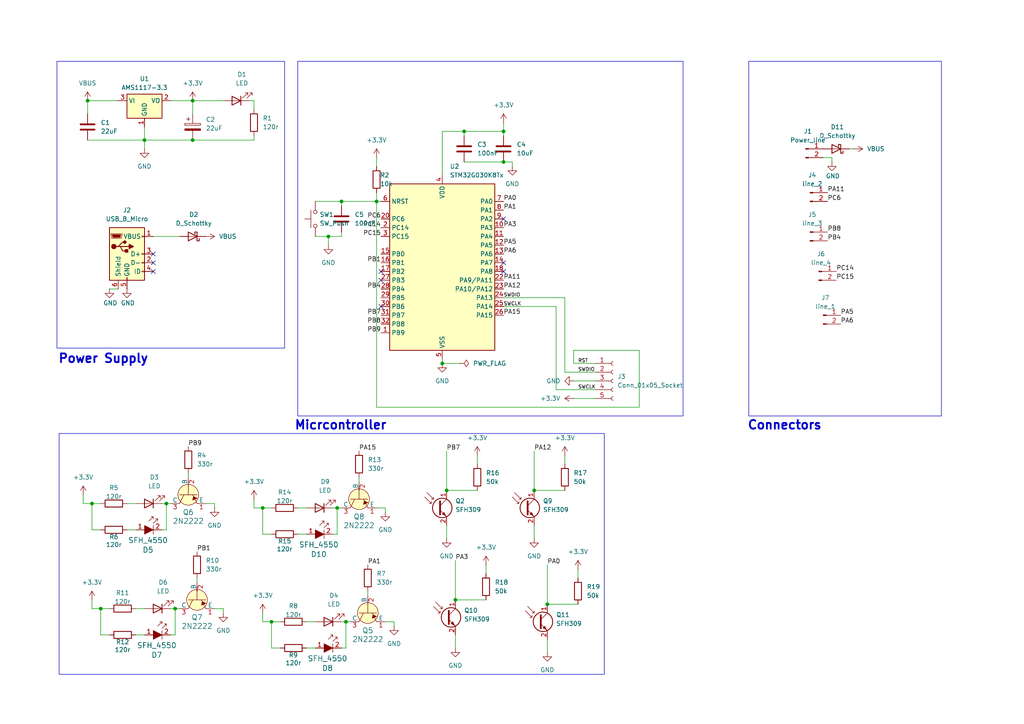
<source format=kicad_sch>
(kicad_sch (version 20250114) (generator "eeschema") (generator_version "9.0")
  (paper "A4")
  (lib_symbols
    (symbol "Connector:Conn_01x02_Pin" (pin_names (offset 1.016) (hide yes))
      (property "Reference" "J" (at 0 2.54 0))
      (property "Value" "Conn_01x02_Pin" (at 0 -5.08 0))
      (symbol "Conn_01x02_Pin_1_1"
        (pin passive line (at 5.08 0 180) (length 3.81) (name "Pin_1") (number "1"))
        (pin passive line (at 5.08 -2.54 180) (length 3.81) (name "Pin_2") (number "2"))
      )
    )
    (symbol "Connector:Conn_01x05_Socket" (pin_names (offset 1.016) (hide yes))
      (property "Reference" "J" (at 0 7.62 0))
      (property "Value" "Conn_01x05_Socket" (at 0 -7.62 0))
      (symbol "Conn_01x05_Socket_1_1"
        (pin passive line (at -5.08 5.08 0) (length 3.81) (name "Pin_1") (number "1"))
        (pin passive line (at -5.08 2.54 0) (length 3.81) (name "Pin_2") (number "2"))
        (pin passive line (at -5.08 0 0) (length 3.81) (name "Pin_3") (number "3"))
        (pin passive line (at -5.08 -2.54 0) (length 3.81) (name "Pin_4") (number "4"))
        (pin passive line (at -5.08 -5.08 0) (length 3.81) (name "Pin_5") (number "5"))
      )
    )
    (symbol "Connector:USB_B_Micro" (pin_names (offset 1.016))
      (property "Reference" "J" (at -5.08 11.43 0))
      (property "Value" "USB_B_Micro" (at -5.08 8.89 0))
      (symbol "USB_B_Micro_1_1"
        (pin passive line (at -2.54 -10.16 90) (length 2.54) (name "Shield") (number "6"))
        (pin power_out line (at 0 -10.16 90) (length 2.54) (name "GND") (number "5"))
        (pin power_out line (at 7.62 5.08 180) (length 2.54) (name "VBUS") (number "1"))
        (pin bidirectional line (at 7.62 0 180) (length 2.54) (name "D+") (number "3"))
        (pin bidirectional line (at 7.62 -2.54 180) (length 2.54) (name "D-") (number "2"))
        (pin passive line (at 7.62 -5.08 180) (length 2.54) (name "ID") (number "4"))
      )
    )
    (symbol "Device:C" (pin_numbers (hide yes)) (pin_names (offset 0.254))
      (property "Reference" "C" (at 0.635 2.54 0))
      (property "Value" "C" (at 0.635 -2.54 0))
      (symbol "C_1_1"
        (pin passive line (at 0 3.81 270) (length 2.794) (name "~") (number "1"))
        (pin passive line (at 0 -3.81 90) (length 2.794) (name "~") (number "2"))
      )
    )
    (symbol "Device:C_Polarized" (pin_numbers (hide yes)) (pin_names (offset 0.254))
      (property "Reference" "C" (at 0.635 2.54 0))
      (property "Value" "C_Polarized" (at 0.635 -2.54 0))
      (symbol "C_Polarized_1_1"
        (pin passive line (at 0 3.81 270) (length 2.794) (name "~") (number "1"))
        (pin passive line (at 0 -3.81 90) (length 2.794) (name "~") (number "2"))
      )
    )
    (symbol "Device:D_Schottky" (pin_numbers (hide yes)) (pin_names (offset 1.016) (hide yes))
      (property "Reference" "D" (at 0 2.54 0))
      (property "Value" "D_Schottky" (at 0 -2.54 0))
      (symbol "D_Schottky_1_1"
        (pin passive line (at -3.81 0 0) (length 2.54) (name "K") (number "1"))
        (pin passive line (at 3.81 0 180) (length 2.54) (name "A") (number "2"))
      )
    )
    (symbol "Device:LED" (pin_numbers (hide yes)) (pin_names (offset 1.016) (hide yes))
      (property "Reference" "D" (at 0 2.54 0))
      (property "Value" "LED" (at 0 -2.54 0))
      (symbol "LED_1_1"
        (pin passive line (at -3.81 0 0) (length 2.54) (name "K") (number "1"))
        (pin passive line (at 3.81 0 180) (length 2.54) (name "A") (number "2"))
      )
    )
    (symbol "Device:R" (pin_numbers (hide yes)) (pin_names (offset 0))
      (property "Reference" "R" (at 2.032 0 90))
      (property "Value" "R" (at 0 0 90))
      (symbol "R_1_1"
        (pin passive line (at 0 3.81 270) (length 1.27) (name "~") (number "1"))
        (pin passive line (at 0 -3.81 90) (length 1.27) (name "~") (number "2"))
      )
    )
    (symbol "MCU_ST_STM32G0:STM32G030K8Tx"
      (property "Reference" "U" (at -15.24 26.67 0))
      (property "Value" "STM32G030K8Tx" (at 2.54 26.67 0))
      (symbol "STM32G030K8Tx_1_1"
        (pin input line (at -17.78 20.32 0) (length 2.54) (name "NRST") (number "6"))
        (pin bidirectional line (at -17.78 15.24 0) (length 2.54) (name "PC6") (number "20"))
        (pin bidirectional line (at -17.78 12.7 0) (length 2.54) (name "PC14") (number "2"))
        (pin bidirectional line (at -17.78 10.16 0) (length 2.54) (name "PC15") (number "3"))
        (pin bidirectional line (at -17.78 5.08 0) (length 2.54) (name "PB0") (number "15"))
        (pin bidirectional line (at -17.78 2.54 0) (length 2.54) (name "PB1") (number "16"))
        (pin bidirectional line (at -17.78 0 0) (length 2.54) (name "PB2") (number "17"))
        (pin bidirectional line (at -17.78 -2.54 0) (length 2.54) (name "PB3") (number "27"))
        (pin bidirectional line (at -17.78 -5.08 0) (length 2.54) (name "PB4") (number "28"))
        (pin bidirectional line (at -17.78 -7.62 0) (length 2.54) (name "PB5") (number "29"))
        (pin bidirectional line (at -17.78 -10.16 0) (length 2.54) (name "PB6") (number "30"))
        (pin bidirectional line (at -17.78 -12.7 0) (length 2.54) (name "PB7") (number "31"))
        (pin bidirectional line (at -17.78 -15.24 0) (length 2.54) (name "PB8") (number "32"))
        (pin bidirectional line (at -17.78 -17.78 0) (length 2.54) (name "PB9") (number "1"))
        (pin no_connect line (at -15.24 -20.32 0) (length 2.54) (hide yes) (name "NC/PA10") (number "21"))
        (pin no_connect line (at -15.24 -22.86 0) (length 2.54) (hide yes) (name "NC/PA9") (number "19"))
        (pin power_in line (at 0 27.94 270) (length 2.54) (name "VDD") (number "4"))
        (pin power_in line (at 0 -25.4 90) (length 2.54) (name "VSS") (number "5"))
        (pin bidirectional line (at 17.78 20.32 180) (length 2.54) (name "PA0") (number "7"))
        (pin bidirectional line (at 17.78 17.78 180) (length 2.54) (name "PA1") (number "8"))
        (pin bidirectional line (at 17.78 15.24 180) (length 2.54) (name "PA2") (number "9"))
        (pin bidirectional line (at 17.78 12.7 180) (length 2.54) (name "PA3") (number "10"))
        (pin bidirectional line (at 17.78 10.16 180) (length 2.54) (name "PA4") (number "11"))
        (pin bidirectional line (at 17.78 7.62 180) (length 2.54) (name "PA5") (number "12"))
        (pin bidirectional line (at 17.78 5.08 180) (length 2.54) (name "PA6") (number "13"))
        (pin bidirectional line (at 17.78 2.54 180) (length 2.54) (name "PA7") (number "14"))
        (pin bidirectional line (at 17.78 0 180) (length 2.54) (name "PA8") (number "18"))
        (pin bidirectional line (at 17.78 -2.54 180) (length 2.54) (name "PA9/PA11") (number "22"))
        (pin bidirectional line (at 17.78 -5.08 180) (length 2.54) (name "PA10/PA12") (number "23"))
        (pin bidirectional line (at 17.78 -7.62 180) (length 2.54) (name "PA13") (number "24"))
        (pin bidirectional line (at 17.78 -10.16 180) (length 2.54) (name "PA14") (number "25"))
        (pin bidirectional line (at 17.78 -12.7 180) (length 2.54) (name "PA15") (number "26"))
      )
    )
    (symbol "Regulator_Linear:AMS1117-3.3"
      (property "Reference" "U" (at -3.81 3.175 0))
      (property "Value" "AMS1117-3.3" (at 0 3.175 0))
      (symbol "AMS1117-3.3_1_1"
        (pin power_in line (at -7.62 0 0) (length 2.54) (name "VI") (number "3"))
        (pin power_in line (at 0 -7.62 90) (length 2.54) (name "GND") (number "1"))
        (pin power_out line (at 7.62 0 180) (length 2.54) (name "VO") (number "2"))
      )
    )
    (symbol "Sensor_Optical:SFH309" (pin_names (offset 0) (hide yes))
      (property "Reference" "Q" (at 5.08 1.27 0))
      (property "Value" "SFH309" (at 5.08 -1.27 0))
      (symbol "SFH309_1_1"
        (pin passive line (at 2.54 5.08 270) (length 2.54) (name "C") (number "1"))
        (pin passive line (at 2.54 -5.08 90) (length 2.54) (name "E") (number "2"))
      )
    )
    (symbol "Switch:SW_Push" (pin_numbers (hide yes)) (pin_names (offset 1.016) (hide yes))
      (property "Reference" "SW" (at 1.27 2.54 0))
      (property "Value" "SW_Push" (at 0 -1.524 0))
      (symbol "SW_Push_0_1"
        (pin passive line (at -5.08 0 0) (length 2.54) (name "1") (number "1"))
        (pin passive line (at 5.08 0 180) (length 2.54) (name "2") (number "2"))
      )
    )
    (symbol "dk_Infrared-UV-Visible-Emitters:SFH_4550" (pin_names (offset 0))
      (property "Reference" "D" (at -1.778 4.826 0))
      (property "Value" "SFH_4550" (at 5.588 -2.921 0))
      (symbol "SFH_4550_1_1"
        (pin passive line (at -2.54 0 0) (length 2.54) (name "~") (number "1"))
        (pin passive line (at 5.08 0 180) (length 2.54) (name "~") (number "2"))
      )
    )
    (symbol "dk_Transistors-Bipolar-BJT-Single:2N2222" (pin_names (offset 0))
      (property "Reference" "Q" (at -2.3876 3.9116 0))
      (property "Value" "2N2222" (at 5.08 0 90))
      (symbol "2N2222_1_1"
        (pin input line (at -5.08 0 0) (length 2.54) (name "B") (number "2"))
        (pin passive line (at 2.54 5.08 270) (length 2.54) (name "E") (number "1"))
        (pin passive line (at 2.54 -5.08 90) (length 2.54) (name "C") (number "3"))
      )
    )
    (symbol "power:+3.3V" (power) (pin_numbers (hide yes)) (pin_names (offset 0) (hide yes))
      (property "Value" "+3.3V" (at 0 3.556 0))
      (symbol "+3.3V_1_1"
        (pin power_in line (at 0 0 90) (length 0) (name "~") (number "1"))
      )
    )
    (symbol "power:GND" (power) (pin_numbers (hide yes)) (pin_names (offset 0) (hide yes))
      (property "Value" "GND" (at 0 -3.81 0))
      (symbol "GND_1_1"
        (pin power_in line (at 0 0 270) (length 0) (name "~") (number "1"))
      )
    )
    (symbol "power:PWR_FLAG" (power) (pin_numbers (hide yes)) (pin_names (offset 0) (hide yes))
      (property "Value" "PWR_FLAG" (at 0 3.81 0))
      (symbol "PWR_FLAG_0_0"
        (pin power_out line (at 0 0 90) (length 0) (name "~") (number "1"))
      )
    )
    (symbol "power:VBUS" (power) (pin_numbers (hide yes)) (pin_names (offset 0) (hide yes))
      (property "Value" "VBUS" (at 0 3.556 0))
      (symbol "VBUS_1_1"
        (pin power_in line (at 0 0 90) (length 0) (name "~") (number "1"))
      )
    )
  )
  (rectangle (start 217.17 17.78) (end 273.05 120.65))
  (rectangle (start 16.51 17.78) (end 82.55 100.965))
  (rectangle (start 86.36 17.78) (end 198.12 120.65))
  (rectangle (start 17.145 125.73) (end 175.26 195.58))
  (text "Micrcontroller" (at 98.806 123.444 0) (effects (font (size 2.54 2.54) (thickness 0.508) (bold yes))))
  (text "Connectors\n" (at 227.584 123.444 0) (effects (font (size 2.54 2.54) (thickness 0.508) (bold yes))))
  (text "Power Supply" (at 29.972 104.14 0) (effects (font (size 2.54 2.54) (thickness 0.508) (bold yes))))
  (junction (at 154.94 142.24))
  (junction (at 48.26 146.05))
  (junction (at 55.88 29.21))
  (junction (at 128.27 105.41))
  (junction (at 97.79 147.32))
  (junction (at 132.08 173.99))
  (junction (at 99.06 58.42))
  (junction (at 109.22 58.42))
  (junction (at 29.21 176.53))
  (junction (at 158.75 175.26))
  (junction (at 78.74 180.34))
  (junction (at 55.88 40.64))
  (junction (at 146.05 46.99))
  (junction (at 129.54 142.24))
  (junction (at 41.91 40.64))
  (junction (at 25.4 29.21))
  (junction (at 26.67 146.05))
  (junction (at 146.05 38.1))
  (junction (at 76.2 147.32))
  (junction (at 95.25 68.58))
  (junction (at 50.8 176.53))
  (junction (at 134.62 38.1))
  (junction (at 100.33 180.34))
  (no_connect (at 146.05 63.5))
  (no_connect (at 146.05 78.74))
  (no_connect (at 44.45 73.66))
  (no_connect (at 44.45 78.74))
  (no_connect (at 110.49 88.9))
  (no_connect (at 110.49 81.28))
  (no_connect (at 146.05 76.2))
  (no_connect (at 44.45 76.2))
  (no_connect (at 110.49 78.74))
  (wire (pts (xy 166.37 110.49) (xy 172.72 110.49)))
  (wire (pts (xy 161.29 88.9) (xy 161.29 113.03)))
  (wire (pts (xy 97.79 147.32) (xy 97.79 154.94)))
  (wire (pts (xy 129.54 152.4) (xy 129.54 156.21)))
  (wire (pts (xy 48.26 146.05) (xy 46.99 146.05)))
  (wire (pts (xy 99.06 58.42) (xy 109.22 58.42)))
  (wire (pts (xy 166.37 115.57) (xy 172.72 115.57)))
  (wire (pts (xy 50.8 176.53) (xy 49.53 176.53)))
  (wire (pts (xy 100.33 180.34) (xy 99.06 180.34)))
  (wire (pts (xy 166.37 101.6) (xy 166.37 105.41)))
  (wire (pts (xy 163.83 107.95) (xy 163.83 86.36)))
  (wire (pts (xy 158.75 185.42) (xy 158.75 189.23)))
  (wire (pts (xy 163.83 142.24) (xy 154.94 142.24)))
  (wire (pts (xy 73.66 29.21) (xy 73.66 31.75)))
  (wire (pts (xy 29.21 184.15) (xy 31.75 184.15)))
  (wire (pts (xy 109.22 45.72) (xy 109.22 48.26)))
  (wire (pts (xy 24.13 143.51) (xy 24.13 146.05)))
  (wire (pts (xy 109.22 147.32) (xy 111.76 147.32)))
  (wire (pts (xy 138.43 132.08) (xy 138.43 134.62)))
  (wire (pts (xy 48.26 146.05) (xy 49.53 146.05)))
  (wire (pts (xy 39.37 176.53) (xy 41.91 176.53)))
  (wire (pts (xy 73.66 39.37) (xy 73.66 40.64)))
  (wire (pts (xy 134.62 46.99) (xy 146.05 46.99)))
  (wire (pts (xy 57.15 167.64) (xy 57.15 168.91)))
  (wire (pts (xy 78.74 187.96) (xy 81.28 187.96)))
  (wire (pts (xy 109.22 55.88) (xy 109.22 58.42)))
  (wire (pts (xy 41.91 40.64) (xy 41.91 43.18)))
  (wire (pts (xy 97.79 154.94) (xy 96.52 154.94)))
  (wire (pts (xy 76.2 154.94) (xy 78.74 154.94)))
  (wire (pts (xy 64.77 176.53) (xy 64.77 177.8)))
  (wire (pts (xy 129.54 130.81) (xy 129.54 142.24)))
  (wire (pts (xy 91.44 68.58) (xy 95.25 68.58)))
  (wire (pts (xy 97.79 147.32) (xy 99.06 147.32)))
  (wire (pts (xy 140.97 173.99) (xy 132.08 173.99)))
  (wire (pts (xy 104.14 138.43) (xy 104.14 139.7)))
  (wire (pts (xy 76.2 180.34) (xy 78.74 180.34)))
  (wire (pts (xy 146.05 35.56) (xy 146.05 38.1)))
  (wire (pts (xy 128.27 38.1) (xy 128.27 50.8)))
  (wire (pts (xy 109.22 58.42) (xy 110.49 58.42)))
  (wire (pts (xy 25.4 29.21) (xy 25.4 33.02)))
  (wire (pts (xy 100.33 187.96) (xy 99.06 187.96)))
  (wire (pts (xy 78.74 147.32) (xy 76.2 147.32)))
  (wire (pts (xy 26.67 173.99) (xy 26.67 176.53)))
  (wire (pts (xy 154.94 152.4) (xy 154.94 156.21)))
  (wire (pts (xy 34.29 29.21) (xy 25.4 29.21)))
  (wire (pts (xy 48.26 153.67) (xy 46.99 153.67)))
  (wire (pts (xy 72.39 29.21) (xy 73.66 29.21)))
  (wire (pts (xy 50.8 176.53) (xy 50.8 184.15)))
  (wire (pts (xy 163.83 132.08) (xy 163.83 134.62)))
  (wire (pts (xy 148.59 48.26) (xy 148.59 46.99)))
  (wire (pts (xy 73.66 147.32) (xy 76.2 147.32)))
  (wire (pts (xy 128.27 105.41) (xy 133.35 105.41)))
  (wire (pts (xy 132.08 184.15) (xy 132.08 187.96)))
  (wire (pts (xy 146.05 46.99) (xy 148.59 46.99)))
  (wire (pts (xy 241.3 45.72) (xy 241.3 46.99)))
  (wire (pts (xy 166.37 105.41) (xy 172.72 105.41)))
  (wire (pts (xy 24.13 146.05) (xy 26.67 146.05)))
  (wire (pts (xy 166.37 101.6) (xy 185.42 101.6)))
  (wire (pts (xy 154.94 130.81) (xy 154.94 142.24)))
  (wire (pts (xy 44.45 68.58) (xy 52.07 68.58)))
  (wire (pts (xy 59.69 146.05) (xy 62.23 146.05)))
  (wire (pts (xy 146.05 38.1) (xy 146.05 39.37)))
  (wire (pts (xy 36.83 146.05) (xy 39.37 146.05)))
  (wire (pts (xy 78.74 180.34) (xy 78.74 187.96)))
  (wire (pts (xy 41.91 40.64) (xy 55.88 40.64)))
  (wire (pts (xy 73.66 144.78) (xy 73.66 147.32)))
  (wire (pts (xy 128.27 104.14) (xy 128.27 105.41)))
  (wire (pts (xy 97.79 147.32) (xy 96.52 147.32)))
  (wire (pts (xy 161.29 113.03) (xy 172.72 113.03)))
  (wire (pts (xy 172.72 107.95) (xy 163.83 107.95)))
  (wire (pts (xy 25.4 40.64) (xy 41.91 40.64)))
  (wire (pts (xy 55.88 29.21) (xy 55.88 33.02)))
  (wire (pts (xy 54.61 137.16) (xy 54.61 138.43)))
  (wire (pts (xy 48.26 146.05) (xy 48.26 153.67)))
  (wire (pts (xy 140.97 163.83) (xy 140.97 166.37)))
  (wire (pts (xy 111.76 147.32) (xy 111.76 148.59)))
  (wire (pts (xy 36.83 153.67) (xy 39.37 153.67)))
  (wire (pts (xy 134.62 38.1) (xy 146.05 38.1)))
  (wire (pts (xy 167.64 175.26) (xy 158.75 175.26)))
  (wire (pts (xy 132.08 162.56) (xy 132.08 173.99)))
  (wire (pts (xy 109.22 118.11) (xy 185.42 118.11)))
  (wire (pts (xy 29.21 146.05) (xy 26.67 146.05)))
  (wire (pts (xy 95.25 68.58) (xy 95.25 71.12)))
  (wire (pts (xy 49.53 29.21) (xy 55.88 29.21)))
  (wire (pts (xy 158.75 163.83) (xy 158.75 175.26)))
  (wire (pts (xy 88.9 187.96) (xy 91.44 187.96)))
  (wire (pts (xy 128.27 38.1) (xy 134.62 38.1)))
  (wire (pts (xy 106.68 171.45) (xy 106.68 172.72)))
  (wire (pts (xy 31.75 83.82) (xy 34.29 83.82)))
  (wire (pts (xy 76.2 147.32) (xy 76.2 154.94)))
  (wire (pts (xy 29.21 176.53) (xy 29.21 184.15)))
  (wire (pts (xy 91.44 58.42) (xy 99.06 58.42)))
  (wire (pts (xy 26.67 153.67) (xy 29.21 153.67)))
  (wire (pts (xy 246.38 43.18) (xy 247.65 43.18)))
  (wire (pts (xy 26.67 146.05) (xy 26.67 153.67)))
  (wire (pts (xy 39.37 184.15) (xy 41.91 184.15)))
  (wire (pts (xy 50.8 176.53) (xy 52.07 176.53)))
  (wire (pts (xy 100.33 180.34) (xy 101.6 180.34)))
  (wire (pts (xy 114.3 180.34) (xy 114.3 181.61)))
  (wire (pts (xy 86.36 147.32) (xy 88.9 147.32)))
  (wire (pts (xy 99.06 58.42) (xy 99.06 59.69)))
  (wire (pts (xy 26.67 176.53) (xy 29.21 176.53)))
  (wire (pts (xy 81.28 180.34) (xy 78.74 180.34)))
  (wire (pts (xy 99.06 68.58) (xy 99.06 67.31)))
  (wire (pts (xy 138.43 142.24) (xy 129.54 142.24)))
  (wire (pts (xy 109.22 58.42) (xy 109.22 118.11)))
  (wire (pts (xy 100.33 180.34) (xy 100.33 187.96)))
  (wire (pts (xy 31.75 176.53) (xy 29.21 176.53)))
  (wire (pts (xy 76.2 177.8) (xy 76.2 180.34)))
  (wire (pts (xy 62.23 146.05) (xy 62.23 147.32)))
  (wire (pts (xy 41.91 36.83) (xy 41.91 40.64)))
  (wire (pts (xy 55.88 40.64) (xy 73.66 40.64)))
  (wire (pts (xy 146.05 86.36) (xy 163.83 86.36)))
  (wire (pts (xy 134.62 38.1) (xy 134.62 39.37)))
  (wire (pts (xy 55.88 29.21) (xy 64.77 29.21)))
  (wire (pts (xy 167.64 165.1) (xy 167.64 167.64)))
  (wire (pts (xy 238.76 45.72) (xy 241.3 45.72)))
  (wire (pts (xy 88.9 180.34) (xy 91.44 180.34)))
  (wire (pts (xy 185.42 101.6) (xy 185.42 118.11)))
  (wire (pts (xy 50.8 184.15) (xy 49.53 184.15)))
  (wire (pts (xy 111.76 180.34) (xy 114.3 180.34)))
  (wire (pts (xy 62.23 176.53) (xy 64.77 176.53)))
  (wire (pts (xy 86.36 154.94) (xy 88.9 154.94)))
  (wire (pts (xy 146.05 88.9) (xy 161.29 88.9)))
  (wire (pts (xy 95.25 68.58) (xy 99.06 68.58)))
  (label "PA1" (at 146.05 60.96 0))
  (label "PC6" (at 240.03 58.42 0))
  (label "PB4" (at 240.03 69.85 0))
  (label "PA12" (at 146.05 83.82 0))
  (label "PA0" (at 158.75 163.83 0))
  (label "PA0" (at 146.05 58.42 0))
  (label "PB9" (at 110.49 96.52 180))
  (label "PC15" (at 242.57 81.28 0))
  (label "PC6" (at 110.49 63.5 180))
  (label "PB7" (at 129.54 130.81 0))
  (label "PA5" (at 243.84 91.44 0))
  (label "PA6" (at 146.05 73.66 0))
  (label "PB1" (at 110.49 76.2 180))
  (label "PB8" (at 110.49 93.98 180))
  (label "RST" (at 167.64 105.41 0) (effects (font (size 1.016 1.016))))
  (label "PA15" (at 146.05 91.44 0))
  (label "PA11" (at 146.05 81.28 0))
  (label "SWCLK" (at 167.64 113.03 0) (effects (font (size 1.016 1.016))))
  (label "PB1" (at 57.15 160.02 0))
  (label "PA15" (at 104.14 130.81 0))
  (label "PB8" (at 240.03 67.31 0))
  (label "SWCLK" (at 146.05 88.9 0) (effects (font (size 1.016 1.016))))
  (label "PA11" (at 240.03 55.88 0))
  (label "PC15" (at 110.49 68.58 180))
  (label "PA3" (at 146.05 66.04 0))
  (label "PC14" (at 242.57 78.74 0))
  (label "PA12" (at 154.94 130.81 0))
  (label "PA5" (at 146.05 71.12 0))
  (label "SWDIO" (at 167.64 107.95 0) (effects (font (size 1.016 1.016))))
  (label "PA6" (at 243.84 93.98 0))
  (label "SWDIO" (at 146.05 86.36 0) (effects (font (size 1.016 1.016))))
  (label "PB7" (at 110.49 91.44 180))
  (label "PA3" (at 132.08 162.56 0))
  (label "PA1" (at 106.68 163.83 0))
  (label "PB9" (at 54.61 129.54 0))
  (label "PB4" (at 110.49 83.82 180))
  (label "PC14" (at 110.49 66.04 180))
  (symbol (lib_id "Connector:USB_B_Micro") (at 36.83 73.66 0) (unit 1)
    (property "Reference" "J2" (at 36.83 60.96 0))
    (property "Value" "USB_B_Micro" (at 36.83 63.5 0))
    (property "Footprint" "Connector_USB:USB_Micro-B_Amphenol_10118194-0001LF_Horizontal" (effects (hide yes)))
    (property "Description" "USB Micro Type B connector" (effects (hide yes)))
  )
  (symbol (lib_id "dk_Transistors-Bipolar-BJT-Single:2N2222") (at 104.14 144.78 270) (unit 1)
    (property "Reference" "Q8" (at 104.14 149.86 90) (effects (font (size 1.524 1.524))))
    (property "Value" "2N2222" (at 104.14 152.4 90) (effects (font (size 1.524 1.524))))
    (property "Footprint" "Package_TO_SOT_THT:TO-18-3" (effects (hide yes)))
    (property "Datasheet" "https://my.centralsemi.com/get_document.php?cmp=1&mergetype=pd&mergepath=pd&pdf_id=2N2221.PDF" (effects (hide yes)))
    (property "Description" "TRANS NPN 30V 0.8A TO-18" (effects (hide yes)))
    (property "Digi-Key_PN" "2N2222CS-ND" (effects (hide yes)))
    (property "MPN" "2N2222" (effects (hide yes)))
    (property "Category" "Discrete Semiconductor Products" (effects (hide yes)))
    (property "Family" "Transistors - Bipolar (BJT) - Single" (effects (hide yes)))
    (property "DK_Datasheet_Link" "https://my.centralsemi.com/get_document.php?cmp=1&mergetype=pd&mergepath=pd&pdf_id=2N2221.PDF" (effects (hide yes)))
    (property "DK_Detail_Page" "/product-detail/en/central-semiconductor-corp/2N2222/2N2222CS-ND/4806844" (effects (hide yes)))
    (property "Description_1" "TRANS NPN 30V 0.8A TO-18" (effects (hide yes)))
    (property "Manufacturer" "Central Semiconductor Corp" (effects (hide yes)))
    (property "Status" "Active" (effects (hide yes)))
  )
  (symbol (lib_id "power:+3.3V") (at 26.67 173.99 0) (unit 1)
    (property "Reference" "#PWR019" (effects (hide yes)))
    (property "Value" "+3.3V" (at 26.67 168.91 0))
    (property "Description" "Power symbol creates a global label with name \"+3.3V\"" (effects (hide yes)))
  )
  (symbol (lib_id "power:+3.3V") (at 146.05 35.56 0) (mirror y) (unit 1)
    (property "Reference" "#PWR04" (effects (hide yes)))
    (property "Value" "+3.3V" (at 146.05 30.48 0))
    (property "Description" "Power symbol creates a global label with name \"+3.3V\"" (effects (hide yes)))
  )
  (symbol (lib_id "power:+3.3V") (at 76.2 177.8 0) (unit 1)
    (property "Reference" "#PWR015" (effects (hide yes)))
    (property "Value" "+3.3V" (at 76.2 172.72 0))
    (property "Description" "Power symbol creates a global label with name \"+3.3V\"" (effects (hide yes)))
  )
  (symbol (lib_id "power:+3.3V") (at 166.37 115.57 90) (unit 1)
    (property "Reference" "#PWR014" (effects (hide yes)))
    (property "Value" "+3.3V" (at 162.56 115.5699 90) (effects (justify left)))
    (property "Description" "Power symbol creates a global label with name \"+3.3V\"" (effects (hide yes)))
  )
  (symbol (lib_id "Device:C") (at 134.62 43.18 0) (unit 1)
    (property "Reference" "C3" (at 138.43 41.9099 0) (effects (justify left)))
    (property "Value" "100nF" (at 138.43 44.4499 0) (effects (justify left)))
    (property "Footprint" "Capacitor_SMD:C_0805_2012Metric_Pad1.18x1.45mm_HandSolder" (effects (hide yes)))
    (property "Description" "Unpolarized capacitor" (effects (hide yes)))
  )
  (symbol (lib_id "Device:LED") (at 95.25 180.34 180) (unit 1)
    (property "Reference" "D4" (at 96.8375 172.72 0))
    (property "Value" "LED" (at 96.8375 175.26 0))
    (property "Footprint" "LED_SMD:LED_0805_2012Metric" (effects (hide yes)))
    (property "Description" "Light emitting diode" (effects (hide yes)))
  )
  (symbol (lib_id "Connector:Conn_01x02_Pin") (at 233.68 43.18 0) (unit 1)
    (property "Reference" "J1" (at 234.315 38.1 0))
    (property "Value" "Power_line" (at 234.315 40.64 0))
    (property "Footprint" "Connector_PinHeader_2.54mm:PinHeader_1x02_P2.54mm_Vertical" (effects (hide yes)))
    (property "Description" "Generic connector, single row, 01x02, script generated" (effects (hide yes)))
  )
  (symbol (lib_id "Connector:Conn_01x05_Socket") (at 177.8 110.49 0) (unit 1)
    (property "Reference" "J3" (at 179.07 109.2199 0) (effects (justify left)))
    (property "Value" "Conn_01x05_Socket" (at 179.07 111.7599 0) (effects (justify left)))
    (property "Footprint" "Connector_PinHeader_2.54mm:PinHeader_1x05_P2.54mm_Vertical" (effects (hide yes)))
    (property "Description" "Generic connector, single row, 01x05, script generated" (effects (hide yes)))
  )
  (symbol (lib_id "power:GND") (at 114.3 181.61 0) (unit 1)
    (property "Reference" "#PWR016" (effects (hide yes)))
    (property "Value" "GND" (at 114.3 186.69 0))
    (property "Description" "Power symbol creates a global label with name \"GND\" , ground" (effects (hide yes)))
  )
  (symbol (lib_id "dk_Infrared-UV-Visible-Emitters:SFH_4550") (at 41.91 153.67 0) (unit 1)
    (property "Reference" "D5" (at 42.926 159.512 0) (effects (font (size 1.524 1.524))))
    (property "Value" "SFH_4550" (at 42.926 156.718 0) (effects (font (size 1.524 1.524))))
    (property "Footprint" "LED_THT:LED_D3.0mm_Clear" (effects (hide yes)))
    (property "Datasheet" "https://dammedia.osram.info/media/resource/hires/osram-dam-2496286/SFH%204550.pdf" (effects (hide yes)))
    (property "Description" "EMITTER IR 860NM 100MA RADIAL" (effects (hide yes)))
    (property "Digi-Key_PN" "475-1200-ND" (effects (hide yes)))
    (property "MPN" "SFH 4550" (effects (hide yes)))
    (property "Category" "Optoelectronics" (effects (hide yes)))
    (property "Family" "Infrared, UV, Visible Emitters" (effects (hide yes)))
    (property "DK_Datasheet_Link" "https://dammedia.osram.info/media/resource/hires/osram-dam-2496286/SFH%204550.pdf" (effects (hide yes)))
    (property "DK_Detail_Page" "/product-detail/en/osram-opto-semiconductors-inc/SFH-4550/475-1200-ND/806365" (effects (hide yes)))
    (property "Description_1" "EMITTER IR 860NM 100MA RADIAL" (effects (hide yes)))
    (property "Manufacturer" "OSRAM Opto Semiconductors Inc." (effects (hide yes)))
    (property "Status" "Active" (effects (hide yes)))
  )
  (symbol (lib_id "power:PWR_FLAG") (at 133.35 105.41 270) (unit 1)
    (property "Reference" "#FLG02" (effects (hide yes)))
    (property "Value" "PWR_FLAG" (at 137.16 105.4099 90) (effects (justify left)))
    (property "Description" "Special symbol for telling ERC where power comes from" (effects (hide yes)))
  )
  (symbol (lib_id "dk_Infrared-UV-Visible-Emitters:SFH_4550") (at 93.98 187.96 0) (unit 1)
    (property "Reference" "D8" (at 94.996 193.802 0) (effects (font (size 1.524 1.524))))
    (property "Value" "SFH_4550" (at 94.996 191.008 0) (effects (font (size 1.524 1.524))))
    (property "Footprint" "LED_THT:LED_D3.0mm_Clear" (effects (hide yes)))
    (property "Datasheet" "https://dammedia.osram.info/media/resource/hires/osram-dam-2496286/SFH%204550.pdf" (effects (hide yes)))
    (property "Description" "EMITTER IR 860NM 100MA RADIAL" (effects (hide yes)))
    (property "Digi-Key_PN" "475-1200-ND" (effects (hide yes)))
    (property "MPN" "SFH 4550" (effects (hide yes)))
    (property "Category" "Optoelectronics" (effects (hide yes)))
    (property "Family" "Infrared, UV, Visible Emitters" (effects (hide yes)))
    (property "DK_Datasheet_Link" "https://dammedia.osram.info/media/resource/hires/osram-dam-2496286/SFH%204550.pdf" (effects (hide yes)))
    (property "DK_Detail_Page" "/product-detail/en/osram-opto-semiconductors-inc/SFH-4550/475-1200-ND/806365" (effects (hide yes)))
    (property "Description_1" "EMITTER IR 860NM 100MA RADIAL" (effects (hide yes)))
    (property "Manufacturer" "OSRAM Opto Semiconductors Inc." (effects (hide yes)))
    (property "Status" "Active" (effects (hide yes)))
  )
  (symbol (lib_id "Device:R") (at 167.64 171.45 180) (unit 1)
    (property "Reference" "R19" (at 170.18 170.1799 0) (effects (justify right)))
    (property "Value" "50k" (at 170.18 172.7199 0) (effects (justify right)))
    (property "Footprint" "Resistor_SMD:R_0805_2012Metric_Pad1.20x1.40mm_HandSolder" (effects (hide yes)))
    (property "Description" "Resistor" (effects (hide yes)))
  )
  (symbol (lib_id "power:GND") (at 64.77 177.8 0) (unit 1)
    (property "Reference" "#PWR020" (effects (hide yes)))
    (property "Value" "GND" (at 64.77 182.88 0))
    (property "Description" "Power symbol creates a global label with name \"GND\" , ground" (effects (hide yes)))
  )
  (symbol (lib_id "power:GND") (at 241.3 46.99 0) (unit 1)
    (property "Reference" "#PWR032" (effects (hide yes)))
    (property "Value" "GND" (at 241.554 51.054 0))
    (property "Description" "Power symbol creates a global label with name \"GND\" , ground" (effects (hide yes)))
  )
  (symbol (lib_id "power:GND") (at 132.08 187.96 0) (unit 1)
    (property "Reference" "#PWR028" (effects (hide yes)))
    (property "Value" "GND" (at 132.08 193.04 0))
    (property "Description" "Power symbol creates a global label with name \"GND\" , ground" (effects (hide yes)))
  )
  (symbol (lib_id "Device:R") (at 33.02 146.05 90) (unit 1)
    (property "Reference" "R5" (at 33.02 141.478 90))
    (property "Value" "120r" (at 33.02 144.018 90))
    (property "Footprint" "Resistor_SMD:R_0805_2012Metric_Pad1.20x1.40mm_HandSolder" (effects (hide yes)))
    (property "Description" "Resistor" (effects (hide yes)))
  )
  (symbol (lib_id "Device:C") (at 25.4 36.83 0) (unit 1)
    (property "Reference" "C1" (at 29.21 35.5599 0) (effects (justify left)))
    (property "Value" "22uF" (at 29.21 38.0999 0) (effects (justify left)))
    (property "Footprint" "Capacitor_SMD:C_0805_2012Metric_Pad1.18x1.45mm_HandSolder" (effects (hide yes)))
    (property "Description" "Unpolarized capacitor" (effects (hide yes)))
  )
  (symbol (lib_id "power:GND") (at 128.27 105.41 0) (unit 1)
    (property "Reference" "#PWR012" (effects (hide yes)))
    (property "Value" "GND" (at 128.27 110.49 0))
    (property "Description" "Power symbol creates a global label with name \"GND\" , ground" (effects (hide yes)))
  )
  (symbol (lib_id "Device:LED") (at 68.58 29.21 180) (unit 1)
    (property "Reference" "D1" (at 70.1675 21.59 0))
    (property "Value" "LED" (at 70.1675 24.13 0))
    (property "Footprint" "LED_SMD:LED_0805_2012Metric" (effects (hide yes)))
    (property "Description" "Light emitting diode" (effects (hide yes)))
  )
  (symbol (lib_id "Device:R") (at 35.56 184.15 90) (unit 1)
    (property "Reference" "R12" (at 35.56 186.182 90))
    (property "Value" "120r" (at 35.56 188.468 90))
    (property "Footprint" "Resistor_SMD:R_0805_2012Metric_Pad1.20x1.40mm_HandSolder" (effects (hide yes)))
    (property "Description" "Resistor" (effects (hide yes)))
  )
  (symbol (lib_id "Device:C_Polarized") (at 55.88 36.83 0) (unit 1)
    (property "Reference" "C2" (at 59.69 34.6709 0) (effects (justify left)))
    (property "Value" "22uF" (at 59.69 37.2109 0) (effects (justify left)))
    (property "Footprint" "Capacitor_THT:CP_Radial_D4.0mm_P1.50mm" (effects (hide yes)))
    (property "Description" "Polarized capacitor" (effects (hide yes)))
  )
  (symbol (lib_id "Device:R") (at 85.09 187.96 90) (unit 1)
    (property "Reference" "R9" (at 85.09 189.992 90))
    (property "Value" "120r" (at 85.09 192.278 90))
    (property "Footprint" "Resistor_SMD:R_0805_2012Metric_Pad1.20x1.40mm_HandSolder" (effects (hide yes)))
    (property "Description" "Resistor" (effects (hide yes)))
  )
  (symbol (lib_id "Device:D_Schottky") (at 55.88 68.58 180) (unit 1)
    (property "Reference" "D2" (at 56.1975 62.23 0))
    (property "Value" "D_Schottky" (at 56.1975 64.77 0))
    (property "Footprint" "Diode_THT:D_DO-41_SOD81_P2.54mm_Vertical_AnodeUp" (effects (hide yes)))
    (property "Description" "Schottky diode" (effects (hide yes)))
  )
  (symbol (lib_id "Connector:Conn_01x02_Pin") (at 237.49 78.74 0) (unit 1)
    (property "Reference" "J6" (at 238.125 73.66 0))
    (property "Value" "line_4" (at 238.125 76.2 0))
    (property "Footprint" "Connector_PinHeader_2.54mm:PinHeader_1x02_P2.54mm_Vertical" (effects (hide yes)))
    (property "Description" "Generic connector, single row, 01x02, script generated" (effects (hide yes)))
  )
  (symbol (lib_id "Device:R") (at 140.97 170.18 180) (unit 1)
    (property "Reference" "R18" (at 143.51 168.9099 0) (effects (justify right)))
    (property "Value" "50k" (at 143.51 171.4499 0) (effects (justify right)))
    (property "Footprint" "Resistor_SMD:R_0805_2012Metric_Pad1.20x1.40mm_HandSolder" (effects (hide yes)))
    (property "Description" "Resistor" (effects (hide yes)))
  )
  (symbol (lib_id "Device:R") (at 138.43 138.43 180) (unit 1)
    (property "Reference" "R16" (at 140.97 137.1599 0) (effects (justify right)))
    (property "Value" "50k" (at 140.97 139.6999 0) (effects (justify right)))
    (property "Footprint" "Resistor_SMD:R_0805_2012Metric_Pad1.20x1.40mm_HandSolder" (effects (hide yes)))
    (property "Description" "Resistor" (effects (hide yes)))
  )
  (symbol (lib_id "Device:R") (at 106.68 167.64 180) (unit 1)
    (property "Reference" "R7" (at 109.22 166.3699 0) (effects (justify right)))
    (property "Value" "330r" (at 109.22 168.9099 0) (effects (justify right)))
    (property "Footprint" "Resistor_SMD:R_0805_2012Metric_Pad1.20x1.40mm_HandSolder" (effects (hide yes)))
    (property "Description" "Resistor" (effects (hide yes)))
  )
  (symbol (lib_id "Sensor_Optical:SFH309") (at 152.4 147.32 0) (unit 1)
    (property "Reference" "Q9" (at 157.48 145.3006 0) (effects (justify left)))
    (property "Value" "SFH309" (at 157.48 147.8406 0) (effects (justify left)))
    (property "Footprint" "LED_THT:LED_D3.0mm_Clear" (effects (hide yes)))
    (property "Datasheet" "http://www.osram-os.com/Graphics/XPic2/00101811_0.pdf/SFH%20309,%20SFH%20309%20FA,%20Lead%20(Pb)%20Free%20Product%20-%20RoHS%20Compliant.pdf" (effects (hide yes)))
    (property "Description" "Phototransistor NPN" (effects (hide yes)))
  )
  (symbol (lib_id "Device:R") (at 109.22 52.07 180) (unit 1)
    (property "Reference" "R2" (at 110.236 50.8 0) (effects (justify right)))
    (property "Value" "10k" (at 110.236 53.34 0) (effects (justify right)))
    (property "Footprint" "Resistor_SMD:R_0805_2012Metric_Pad1.20x1.40mm_HandSolder" (effects (hide yes)))
    (property "Description" "Resistor" (effects (hide yes)))
  )
  (symbol (lib_id "power:GND") (at 166.37 110.49 270) (unit 1)
    (property "Reference" "#PWR013" (effects (hide yes)))
    (property "Value" "GND" (at 162.56 110.4899 90) (effects (justify right)))
    (property "Description" "Power symbol creates a global label with name \"GND\" , ground" (effects (hide yes)))
  )
  (symbol (lib_id "Regulator_Linear:AMS1117-3.3") (at 41.91 29.21 0) (unit 1)
    (property "Reference" "U1" (at 41.91 22.86 0))
    (property "Value" "AMS1117-3.3" (at 41.91 25.4 0))
    (property "Footprint" "Package_TO_SOT_SMD:SOT-223-3_TabPin2" (effects (hide yes)))
    (property "Datasheet" "http://www.advanced-monolithic.com/pdf/ds1117.pdf" (effects (hide yes)))
    (property "Description" "1A Low Dropout regulator, positive, 3.3V fixed output, SOT-223" (effects (hide yes)))
  )
  (symbol (lib_id "Sensor_Optical:SFH309") (at 127 147.32 0) (unit 1)
    (property "Reference" "Q2" (at 132.08 145.3006 0) (effects (justify left)))
    (property "Value" "SFH309" (at 132.08 147.8406 0) (effects (justify left)))
    (property "Footprint" "LED_THT:LED_D3.0mm_Clear" (effects (hide yes)))
    (property "Datasheet" "http://www.osram-os.com/Graphics/XPic2/00101811_0.pdf/SFH%20309,%20SFH%20309%20FA,%20Lead%20(Pb)%20Free%20Product%20-%20RoHS%20Compliant.pdf" (effects (hide yes)))
    (property "Description" "Phototransistor NPN" (effects (hide yes)))
  )
  (symbol (lib_id "power:GND") (at 148.59 48.26 0) (unit 1)
    (property "Reference" "#PWR06" (effects (hide yes)))
    (property "Value" "GND" (at 148.59 53.34 0))
    (property "Description" "Power symbol creates a global label with name \"GND\" , ground" (effects (hide yes)))
  )
  (symbol (lib_id "MCU_ST_STM32G0:STM32G030K8Tx") (at 128.27 78.74 0) (unit 1)
    (property "Reference" "U2" (at 130.4641 48.26 0) (effects (justify left)))
    (property "Value" "STM32G030K8Tx" (at 130.4641 50.8 0) (effects (justify left)))
    (property "Footprint" "Package_QFP:LQFP-32_7x7mm_P0.8mm" (effects (hide yes)))
    (property "Datasheet" "https://www.st.com/resource/en/datasheet/stm32g030k8.pdf" (effects (hide yes)))
    (property "Description" "STMicroelectronics Arm Cortex-M0+ MCU, 64KB flash, 8KB RAM, 64 MHz, 2.0-3.6V, 29 GPIO, LQFP32" (effects (hide yes)))
  )
  (symbol (lib_id "power:GND") (at 111.76 148.59 0) (unit 1)
    (property "Reference" "#PWR022" (effects (hide yes)))
    (property "Value" "GND" (at 111.76 153.67 0))
    (property "Description" "Power symbol creates a global label with name \"GND\" , ground" (effects (hide yes)))
  )
  (symbol (lib_id "dk_Transistors-Bipolar-BJT-Single:2N2222") (at 54.61 143.51 270) (unit 1)
    (property "Reference" "Q6" (at 54.61 148.59 90) (effects (font (size 1.524 1.524))))
    (property "Value" "2N2222" (at 54.61 151.13 90) (effects (font (size 1.524 1.524))))
    (property "Footprint" "Package_TO_SOT_THT:TO-18-3" (effects (hide yes)))
    (property "Datasheet" "https://my.centralsemi.com/get_document.php?cmp=1&mergetype=pd&mergepath=pd&pdf_id=2N2221.PDF" (effects (hide yes)))
    (property "Description" "TRANS NPN 30V 0.8A TO-18" (effects (hide yes)))
    (property "Digi-Key_PN" "2N2222CS-ND" (effects (hide yes)))
    (property "MPN" "2N2222" (effects (hide yes)))
    (property "Category" "Discrete Semiconductor Products" (effects (hide yes)))
    (property "Family" "Transistors - Bipolar (BJT) - Single" (effects (hide yes)))
    (property "DK_Datasheet_Link" "https://my.centralsemi.com/get_document.php?cmp=1&mergetype=pd&mergepath=pd&pdf_id=2N2221.PDF" (effects (hide yes)))
    (property "DK_Detail_Page" "/product-detail/en/central-semiconductor-corp/2N2222/2N2222CS-ND/4806844" (effects (hide yes)))
    (property "Description_1" "TRANS NPN 30V 0.8A TO-18" (effects (hide yes)))
    (property "Manufacturer" "Central Semiconductor Corp" (effects (hide yes)))
    (property "Status" "Active" (effects (hide yes)))
  )
  (symbol (lib_id "power:VBUS") (at 25.4 29.21 0) (unit 1)
    (property "Reference" "#PWR01" (effects (hide yes)))
    (property "Value" "VBUS" (at 25.4 24.13 0))
    (property "Description" "Power symbol creates a global label with name \"VBUS\"" (effects (hide yes)))
  )
  (symbol (lib_id "Connector:Conn_01x02_Pin") (at 234.95 67.31 0) (unit 1)
    (property "Reference" "J5" (at 235.585 62.23 0))
    (property "Value" "line_3" (at 235.585 64.77 0))
    (property "Footprint" "Connector_PinHeader_2.54mm:PinHeader_1x02_P2.54mm_Vertical" (effects (hide yes)))
    (property "Description" "Generic connector, single row, 01x02, script generated" (effects (hide yes)))
  )
  (symbol (lib_id "Device:R") (at 35.56 176.53 90) (unit 1)
    (property "Reference" "R11" (at 35.56 171.958 90))
    (property "Value" "120r" (at 35.56 174.498 90))
    (property "Footprint" "Resistor_SMD:R_0805_2012Metric_Pad1.20x1.40mm_HandSolder" (effects (hide yes)))
    (property "Description" "Resistor" (effects (hide yes)))
  )
  (symbol (lib_id "Switch:SW_Push") (at 91.44 63.5 90) (unit 1)
    (property "Reference" "SW1" (at 92.71 62.2299 90) (effects (justify right)))
    (property "Value" "SW_Push" (at 92.71 64.7699 90) (effects (justify right)))
    (property "Footprint" "Button_Switch_THT:SW_PUSH_6mm" (effects (hide yes)))
    (property "Description" "Push button switch, generic, two pins" (effects (hide yes)))
  )
  (symbol (lib_id "Device:R") (at 82.55 147.32 90) (unit 1)
    (property "Reference" "R14" (at 82.55 142.748 90))
    (property "Value" "120r" (at 82.55 145.288 90))
    (property "Footprint" "Resistor_SMD:R_0805_2012Metric_Pad1.20x1.40mm_HandSolder" (effects (hide yes)))
    (property "Description" "Resistor" (effects (hide yes)))
  )
  (symbol (lib_id "power:GND") (at 31.75 83.82 0) (unit 1)
    (property "Reference" "#PWR031" (effects (hide yes)))
    (property "Value" "GND" (at 32.004 87.884 0))
    (property "Description" "Power symbol creates a global label with name \"GND\" , ground" (effects (hide yes)))
  )
  (symbol (lib_id "Device:R") (at 54.61 133.35 180) (unit 1)
    (property "Reference" "R4" (at 57.15 132.0799 0) (effects (justify right)))
    (property "Value" "330r" (at 57.15 134.6199 0) (effects (justify right)))
    (property "Footprint" "Resistor_SMD:R_0805_2012Metric_Pad1.20x1.40mm_HandSolder" (effects (hide yes)))
    (property "Description" "Resistor" (effects (hide yes)))
  )
  (symbol (lib_id "dk_Transistors-Bipolar-BJT-Single:2N2222") (at 106.68 177.8 270) (unit 1)
    (property "Reference" "Q5" (at 106.68 182.88 90) (effects (font (size 1.524 1.524))))
    (property "Value" "2N2222" (at 106.68 185.42 90) (effects (font (size 1.524 1.524))))
    (property "Footprint" "Package_TO_SOT_THT:TO-18-3" (effects (hide yes)))
    (property "Datasheet" "https://my.centralsemi.com/get_document.php?cmp=1&mergetype=pd&mergepath=pd&pdf_id=2N2221.PDF" (effects (hide yes)))
    (property "Description" "TRANS NPN 30V 0.8A TO-18" (effects (hide yes)))
    (property "Digi-Key_PN" "2N2222CS-ND" (effects (hide yes)))
    (property "MPN" "2N2222" (effects (hide yes)))
    (property "Category" "Discrete Semiconductor Products" (effects (hide yes)))
    (property "Family" "Transistors - Bipolar (BJT) - Single" (effects (hide yes)))
    (property "DK_Datasheet_Link" "https://my.centralsemi.com/get_document.php?cmp=1&mergetype=pd&mergepath=pd&pdf_id=2N2221.PDF" (effects (hide yes)))
    (property "DK_Detail_Page" "/product-detail/en/central-semiconductor-corp/2N2222/2N2222CS-ND/4806844" (effects (hide yes)))
    (property "Description_1" "TRANS NPN 30V 0.8A TO-18" (effects (hide yes)))
    (property "Manufacturer" "Central Semiconductor Corp" (effects (hide yes)))
    (property "Status" "Active" (effects (hide yes)))
  )
  (symbol (lib_id "power:GND") (at 158.75 189.23 0) (unit 1)
    (property "Reference" "#PWR030" (effects (hide yes)))
    (property "Value" "GND" (at 158.75 194.31 0))
    (property "Description" "Power symbol creates a global label with name \"GND\" , ground" (effects (hide yes)))
  )
  (symbol (lib_id "Device:R") (at 85.09 180.34 90) (unit 1)
    (property "Reference" "R8" (at 85.09 175.768 90))
    (property "Value" "120r" (at 85.09 178.308 90))
    (property "Footprint" "Resistor_SMD:R_0805_2012Metric_Pad1.20x1.40mm_HandSolder" (effects (hide yes)))
    (property "Description" "Resistor" (effects (hide yes)))
  )
  (symbol (lib_id "dk_Infrared-UV-Visible-Emitters:SFH_4550") (at 44.45 184.15 0) (unit 1)
    (property "Reference" "D7" (at 45.466 189.992 0) (effects (font (size 1.524 1.524))))
    (property "Value" "SFH_4550" (at 45.466 187.198 0) (effects (font (size 1.524 1.524))))
    (property "Footprint" "LED_THT:LED_D3.0mm_Clear" (effects (hide yes)))
    (property "Datasheet" "https://dammedia.osram.info/media/resource/hires/osram-dam-2496286/SFH%204550.pdf" (effects (hide yes)))
    (property "Description" "EMITTER IR 860NM 100MA RADIAL" (effects (hide yes)))
    (property "Digi-Key_PN" "475-1200-ND" (effects (hide yes)))
    (property "MPN" "SFH 4550" (effects (hide yes)))
    (property "Category" "Optoelectronics" (effects (hide yes)))
    (property "Family" "Infrared, UV, Visible Emitters" (effects (hide yes)))
    (property "DK_Datasheet_Link" "https://dammedia.osram.info/media/resource/hires/osram-dam-2496286/SFH%204550.pdf" (effects (hide yes)))
    (property "DK_Detail_Page" "/product-detail/en/osram-opto-semiconductors-inc/SFH-4550/475-1200-ND/806365" (effects (hide yes)))
    (property "Description_1" "EMITTER IR 860NM 100MA RADIAL" (effects (hide yes)))
    (property "Manufacturer" "OSRAM Opto Semiconductors Inc." (effects (hide yes)))
    (property "Status" "Active" (effects (hide yes)))
  )
  (symbol (lib_id "Device:R") (at 163.83 138.43 180) (unit 1)
    (property "Reference" "R17" (at 166.37 137.1599 0) (effects (justify right)))
    (property "Value" "50k" (at 166.37 139.6999 0) (effects (justify right)))
    (property "Footprint" "Resistor_SMD:R_0805_2012Metric_Pad1.20x1.40mm_HandSolder" (effects (hide yes)))
    (property "Description" "Resistor" (effects (hide yes)))
  )
  (symbol (lib_id "Device:R") (at 104.14 134.62 180) (unit 1)
    (property "Reference" "R13" (at 106.68 133.3499 0) (effects (justify right)))
    (property "Value" "330r" (at 106.68 135.8899 0) (effects (justify right)))
    (property "Footprint" "Resistor_SMD:R_0805_2012Metric_Pad1.20x1.40mm_HandSolder" (effects (hide yes)))
    (property "Description" "Resistor" (effects (hide yes)))
  )
  (symbol (lib_id "Device:LED") (at 45.72 176.53 180) (unit 1)
    (property "Reference" "D6" (at 47.3075 168.91 0))
    (property "Value" "LED" (at 47.3075 171.45 0))
    (property "Footprint" "LED_SMD:LED_0805_2012Metric" (effects (hide yes)))
    (property "Description" "Light emitting diode" (effects (hide yes)))
  )
  (symbol (lib_id "Device:R") (at 57.15 163.83 180) (unit 1)
    (property "Reference" "R10" (at 59.69 162.5599 0) (effects (justify right)))
    (property "Value" "330r" (at 59.69 165.0999 0) (effects (justify right)))
    (property "Footprint" "Resistor_SMD:R_0805_2012Metric_Pad1.20x1.40mm_HandSolder" (effects (hide yes)))
    (property "Description" "Resistor" (effects (hide yes)))
  )
  (symbol (lib_id "Device:R") (at 33.02 153.67 90) (unit 1)
    (property "Reference" "R6" (at 33.02 155.702 90))
    (property "Value" "120r" (at 33.02 157.988 90))
    (property "Footprint" "Resistor_SMD:R_0805_2012Metric_Pad1.20x1.40mm_HandSolder" (effects (hide yes)))
    (property "Description" "Resistor" (effects (hide yes)))
  )
  (symbol (lib_id "power:GND") (at 41.91 43.18 0) (unit 1)
    (property "Reference" "#PWR03" (effects (hide yes)))
    (property "Value" "GND" (at 41.91 48.26 0))
    (property "Description" "Power symbol creates a global label with name \"GND\" , ground" (effects (hide yes)))
  )
  (symbol (lib_id "Device:R") (at 82.55 154.94 90) (unit 1)
    (property "Reference" "R15" (at 82.55 156.972 90))
    (property "Value" "120r" (at 82.55 159.258 90))
    (property "Footprint" "Resistor_SMD:R_0805_2012Metric_Pad1.20x1.40mm_HandSolder" (effects (hide yes)))
    (property "Description" "Resistor" (effects (hide yes)))
  )
  (symbol (lib_id "power:VBUS") (at 247.65 43.18 270) (unit 1)
    (property "Reference" "#PWR010" (effects (hide yes)))
    (property "Value" "VBUS" (at 251.46 43.1799 90) (effects (justify left)))
    (property "Description" "Power symbol creates a global label with name \"VBUS\"" (effects (hide yes)))
  )
  (symbol (lib_id "power:GND") (at 95.25 71.12 0) (unit 1)
    (property "Reference" "#PWR09" (effects (hide yes)))
    (property "Value" "GND" (at 95.25 76.2 0))
    (property "Description" "Power symbol creates a global label with name \"GND\" , ground" (effects (hide yes)))
  )
  (symbol (lib_id "power:+3.3V") (at 163.83 132.08 0) (unit 1)
    (property "Reference" "#PWR025" (effects (hide yes)))
    (property "Value" "+3.3V" (at 163.83 127 0))
    (property "Description" "Power symbol creates a global label with name \"+3.3V\"" (effects (hide yes)))
  )
  (symbol (lib_id "Device:C") (at 146.05 43.18 0) (unit 1)
    (property "Reference" "C4" (at 149.86 41.9099 0) (effects (justify left)))
    (property "Value" "10uF" (at 149.86 44.4499 0) (effects (justify left)))
    (property "Footprint" "Capacitor_SMD:C_0805_2012Metric_Pad1.18x1.45mm_HandSolder" (effects (hide yes)))
    (property "Description" "Unpolarized capacitor" (effects (hide yes)))
  )
  (symbol (lib_id "Device:R") (at 73.66 35.56 0) (unit 1)
    (property "Reference" "R1" (at 76.2 34.2899 0) (effects (justify left)))
    (property "Value" "120r" (at 76.2 36.8299 0) (effects (justify left)))
    (property "Footprint" "Resistor_SMD:R_0805_2012Metric_Pad1.20x1.40mm_HandSolder" (effects (hide yes)))
    (property "Description" "Resistor" (effects (hide yes)))
  )
  (symbol (lib_id "dk_Transistors-Bipolar-BJT-Single:2N2222") (at 57.15 173.99 270) (unit 1)
    (property "Reference" "Q7" (at 57.15 179.07 90) (effects (font (size 1.524 1.524))))
    (property "Value" "2N2222" (at 57.15 181.61 90) (effects (font (size 1.524 1.524))))
    (property "Footprint" "Package_TO_SOT_THT:TO-18-3" (effects (hide yes)))
    (property "Datasheet" "https://my.centralsemi.com/get_document.php?cmp=1&mergetype=pd&mergepath=pd&pdf_id=2N2221.PDF" (effects (hide yes)))
    (property "Description" "TRANS NPN 30V 0.8A TO-18" (effects (hide yes)))
    (property "Digi-Key_PN" "2N2222CS-ND" (effects (hide yes)))
    (property "MPN" "2N2222" (effects (hide yes)))
    (property "Category" "Discrete Semiconductor Products" (effects (hide yes)))
    (property "Family" "Transistors - Bipolar (BJT) - Single" (effects (hide yes)))
    (property "DK_Datasheet_Link" "https://my.centralsemi.com/get_document.php?cmp=1&mergetype=pd&mergepath=pd&pdf_id=2N2221.PDF" (effects (hide yes)))
    (property "DK_Detail_Page" "/product-detail/en/central-semiconductor-corp/2N2222/2N2222CS-ND/4806844" (effects (hide yes)))
    (property "Description_1" "TRANS NPN 30V 0.8A TO-18" (effects (hide yes)))
    (property "Manufacturer" "Central Semiconductor Corp" (effects (hide yes)))
    (property "Status" "Active" (effects (hide yes)))
  )
  (symbol (lib_id "power:+3.3V") (at 138.43 132.08 0) (unit 1)
    (property "Reference" "#PWR024" (effects (hide yes)))
    (property "Value" "+3.3V" (at 138.43 127 0))
    (property "Description" "Power symbol creates a global label with name \"+3.3V\"" (effects (hide yes)))
  )
  (symbol (lib_id "power:+3.3V") (at 109.22 45.72 0) (unit 1)
    (property "Reference" "#PWR05" (effects (hide yes)))
    (property "Value" "+3.3V" (at 109.22 40.64 0))
    (property "Description" "Power symbol creates a global label with name \"+3.3V\"" (effects (hide yes)))
  )
  (symbol (lib_id "power:+3.3V") (at 73.66 144.78 0) (unit 1)
    (property "Reference" "#PWR021" (effects (hide yes)))
    (property "Value" "+3.3V" (at 73.66 139.7 0))
    (property "Description" "Power symbol creates a global label with name \"+3.3V\"" (effects (hide yes)))
  )
  (symbol (lib_id "Device:C") (at 99.06 63.5 0) (unit 1)
    (property "Reference" "C5" (at 102.87 62.2299 0) (effects (justify left)))
    (property "Value" "100nF" (at 102.87 64.7699 0) (effects (justify left)))
    (property "Footprint" "Capacitor_SMD:C_0805_2012Metric_Pad1.18x1.45mm_HandSolder" (effects (hide yes)))
    (property "Description" "Unpolarized capacitor" (effects (hide yes)))
  )
  (symbol (lib_id "dk_Infrared-UV-Visible-Emitters:SFH_4550") (at 91.44 154.94 0) (unit 1)
    (property "Reference" "D10" (at 92.456 160.782 0) (effects (font (size 1.524 1.524))))
    (property "Value" "SFH_4550" (at 92.456 157.988 0) (effects (font (size 1.524 1.524))))
    (property "Footprint" "LED_THT:LED_D3.0mm_Clear" (effects (hide yes)))
    (property "Datasheet" "https://dammedia.osram.info/media/resource/hires/osram-dam-2496286/SFH%204550.pdf" (effects (hide yes)))
    (property "Description" "EMITTER IR 860NM 100MA RADIAL" (effects (hide yes)))
    (property "Digi-Key_PN" "475-1200-ND" (effects (hide yes)))
    (property "MPN" "SFH 4550" (effects (hide yes)))
    (property "Category" "Optoelectronics" (effects (hide yes)))
    (property "Family" "Infrared, UV, Visible Emitters" (effects (hide yes)))
    (property "DK_Datasheet_Link" "https://dammedia.osram.info/media/resource/hires/osram-dam-2496286/SFH%204550.pdf" (effects (hide yes)))
    (property "DK_Detail_Page" "/product-detail/en/osram-opto-semiconductors-inc/SFH-4550/475-1200-ND/806365" (effects (hide yes)))
    (property "Description_1" "EMITTER IR 860NM 100MA RADIAL" (effects (hide yes)))
    (property "Manufacturer" "OSRAM Opto Semiconductors Inc." (effects (hide yes)))
    (property "Status" "Active" (effects (hide yes)))
  )
  (symbol (lib_id "power:+3.3V") (at 140.97 163.83 0) (unit 1)
    (property "Reference" "#PWR027" (effects (hide yes)))
    (property "Value" "+3.3V" (at 140.97 158.75 0))
    (property "Description" "Power symbol creates a global label with name \"+3.3V\"" (effects (hide yes)))
  )
  (symbol (lib_id "power:+3.3V") (at 167.64 165.1 0) (unit 1)
    (property "Reference" "#PWR029" (effects (hide yes)))
    (property "Value" "+3.3V" (at 167.64 160.02 0))
    (property "Description" "Power symbol creates a global label with name \"+3.3V\"" (effects (hide yes)))
  )
  (symbol (lib_id "Device:LED") (at 43.18 146.05 180) (unit 1)
    (property "Reference" "D3" (at 44.7675 138.43 0))
    (property "Value" "LED" (at 44.7675 140.97 0))
    (property "Footprint" "LED_SMD:LED_0805_2012Metric" (effects (hide yes)))
    (property "Description" "Light emitting diode" (effects (hide yes)))
  )
  (symbol (lib_id "power:GND") (at 129.54 156.21 0) (unit 1)
    (property "Reference" "#PWR023" (effects (hide yes)))
    (property "Value" "GND" (at 129.54 161.29 0))
    (property "Description" "Power symbol creates a global label with name \"GND\" , ground" (effects (hide yes)))
  )
  (symbol (lib_id "power:GND") (at 36.83 83.82 0) (unit 1)
    (property "Reference" "#PWR011" (effects (hide yes)))
    (property "Value" "GND" (at 37.084 87.884 0))
    (property "Description" "Power symbol creates a global label with name \"GND\" , ground" (effects (hide yes)))
  )
  (symbol (lib_id "power:GND") (at 154.94 156.21 0) (unit 1)
    (property "Reference" "#PWR026" (effects (hide yes)))
    (property "Value" "GND" (at 154.94 161.29 0))
    (property "Description" "Power symbol creates a global label with name \"GND\" , ground" (effects (hide yes)))
  )
  (symbol (lib_id "Sensor_Optical:SFH309") (at 156.21 180.34 0) (unit 1)
    (property "Reference" "Q11" (at 161.29 178.3206 0) (effects (justify left)))
    (property "Value" "SFH309" (at 161.29 180.8606 0) (effects (justify left)))
    (property "Footprint" "LED_THT:LED_D3.0mm_Clear" (effects (hide yes)))
    (property "Datasheet" "http://www.osram-os.com/Graphics/XPic2/00101811_0.pdf/SFH%20309,%20SFH%20309%20FA,%20Lead%20(Pb)%20Free%20Product%20-%20RoHS%20Compliant.pdf" (effects (hide yes)))
    (property "Description" "Phototransistor NPN" (effects (hide yes)))
  )
  (symbol (lib_id "power:+3.3V") (at 55.88 29.21 0) (unit 1)
    (property "Reference" "#PWR02" (effects (hide yes)))
    (property "Value" "+3.3V" (at 55.88 24.13 0))
    (property "Description" "Power symbol creates a global label with name \"+3.3V\"" (effects (hide yes)))
  )
  (symbol (lib_id "power:GND") (at 62.23 147.32 0) (unit 1)
    (property "Reference" "#PWR018" (effects (hide yes)))
    (property "Value" "GND" (at 62.23 152.4 0))
    (property "Description" "Power symbol creates a global label with name \"GND\" , ground" (effects (hide yes)))
  )
  (symbol (lib_id "power:VBUS") (at 59.69 68.58 270) (unit 1)
    (property "Reference" "#PWR08" (effects (hide yes)))
    (property "Value" "VBUS" (at 63.5 68.5799 90) (effects (justify left)))
    (property "Description" "Power symbol creates a global label with name \"VBUS\"" (effects (hide yes)))
  )
  (symbol (lib_id "Connector:Conn_01x02_Pin") (at 238.76 91.44 0) (unit 1)
    (property "Reference" "J7" (at 239.395 86.36 0))
    (property "Value" "line_1" (at 239.395 88.9 0))
    (property "Footprint" "Connector_PinHeader_2.54mm:PinHeader_1x02_P2.54mm_Vertical" (effects (hide yes)))
    (property "Description" "Generic connector, single row, 01x02, script generated" (effects (hide yes)))
  )
  (symbol (lib_id "Connector:Conn_01x02_Pin") (at 234.95 55.88 0) (unit 1)
    (property "Reference" "J4" (at 235.585 50.8 0))
    (property "Value" "line_2" (at 235.585 53.34 0))
    (property "Footprint" "Connector_PinHeader_2.54mm:PinHeader_1x02_P2.54mm_Vertical" (effects (hide yes)))
    (property "Description" "Generic connector, single row, 01x02, script generated" (effects (hide yes)))
  )
  (symbol (lib_id "Device:D_Schottky") (at 242.57 43.18 180) (unit 1)
    (property "Reference" "D11" (at 242.8875 36.83 0))
    (property "Value" "D_Schottky" (at 242.8875 39.37 0))
    (property "Footprint" "Diode_THT:D_DO-41_SOD81_P2.54mm_Vertical_AnodeUp" (effects (hide yes)))
    (property "Description" "Schottky diode" (effects (hide yes)))
  )
  (symbol (lib_id "power:+3.3V") (at 24.13 143.51 0) (unit 1)
    (property "Reference" "#PWR017" (effects (hide yes)))
    (property "Value" "+3.3V" (at 24.13 138.43 0))
    (property "Description" "Power symbol creates a global label with name \"+3.3V\"" (effects (hide yes)))
  )
  (symbol (lib_id "Device:LED") (at 92.71 147.32 180) (unit 1)
    (property "Reference" "D9" (at 94.2975 139.7 0))
    (property "Value" "LED" (at 94.2975 142.24 0))
    (property "Footprint" "LED_SMD:LED_0805_2012Metric" (effects (hide yes)))
    (property "Description" "Light emitting diode" (effects (hide yes)))
  )
  (symbol (lib_id "Sensor_Optical:SFH309") (at 129.54 179.07 0) (unit 1)
    (property "Reference" "Q10" (at 134.62 177.0506 0) (effects (justify left)))
    (property "Value" "SFH309" (at 134.62 179.5906 0) (effects (justify left)))
    (property "Footprint" "LED_THT:LED_D3.0mm_Clear" (effects (hide yes)))
    (property "Datasheet" "http://www.osram-os.com/Graphics/XPic2/00101811_0.pdf/SFH%20309,%20SFH%20309%20FA,%20Lead%20(Pb)%20Free%20Product%20-%20RoHS%20Compliant.pdf" (effects (hide yes)))
    (property "Description" "Phototransistor NPN" (effects (hide yes)))
  )
)
</source>
